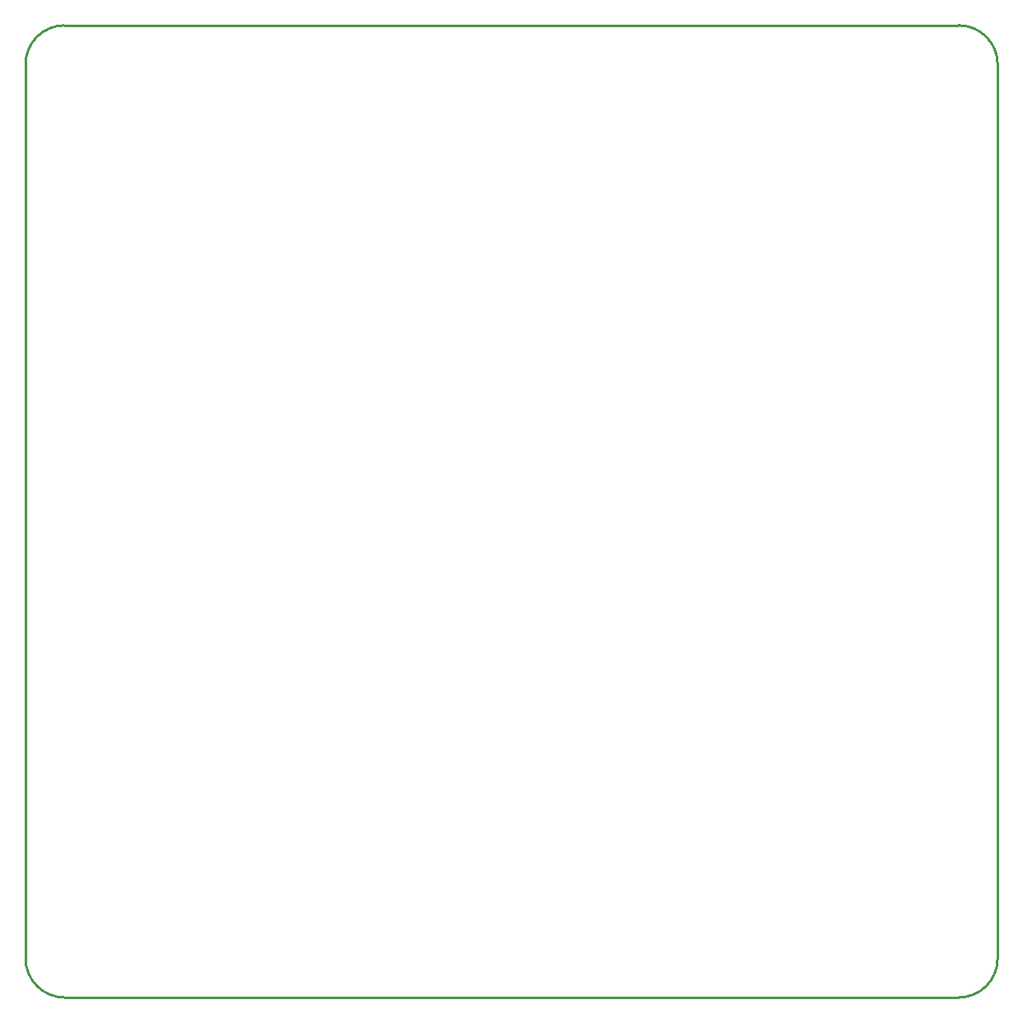
<source format=gbr>
%TF.GenerationSoftware,KiCad,Pcbnew,(6.0.4)*%
%TF.CreationDate,2022-10-30T01:11:02+02:00*%
%TF.ProjectId,65C816_SBC,36354338-3136-45f5-9342-432e6b696361,rev?*%
%TF.SameCoordinates,Original*%
%TF.FileFunction,Profile,NP*%
%FSLAX46Y46*%
G04 Gerber Fmt 4.6, Leading zero omitted, Abs format (unit mm)*
G04 Created by KiCad (PCBNEW (6.0.4)) date 2022-10-30 01:11:02*
%MOMM*%
%LPD*%
G01*
G04 APERTURE LIST*
%TA.AperFunction,Profile*%
%ADD10C,0.250000*%
%TD*%
G04 APERTURE END LIST*
D10*
X100600000Y-45800000D02*
G75*
G03*
X96600000Y-49800000I0J-4000000D01*
G01*
X96600000Y-141800000D02*
X96600000Y-49800000D01*
X100600000Y-45800000D02*
X192600000Y-45800000D01*
X196600000Y-49800000D02*
G75*
G03*
X192600000Y-45800000I-4000000J0D01*
G01*
X196600000Y-49800000D02*
X196600000Y-141800000D01*
X192600000Y-145800000D02*
X100600000Y-145800000D01*
X192600000Y-145800000D02*
G75*
G03*
X196600000Y-141800000I0J4000000D01*
G01*
X96600000Y-141800000D02*
G75*
G03*
X100600000Y-145800000I4000000J0D01*
G01*
M02*

</source>
